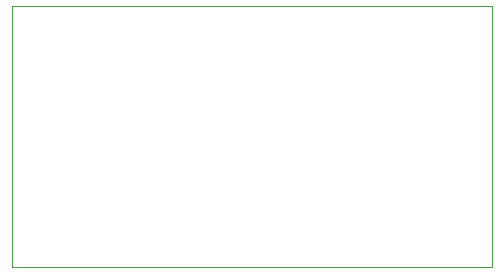
<source format=gbr>
%TF.GenerationSoftware,KiCad,Pcbnew,9.0.6*%
%TF.CreationDate,2025-12-21T15:01:31-05:00*%
%TF.ProjectId,olyntia,6f6c796e-7469-4612-9e6b-696361645f70,rev?*%
%TF.SameCoordinates,Original*%
%TF.FileFunction,Profile,NP*%
%FSLAX46Y46*%
G04 Gerber Fmt 4.6, Leading zero omitted, Abs format (unit mm)*
G04 Created by KiCad (PCBNEW 9.0.6) date 2025-12-21 15:01:31*
%MOMM*%
%LPD*%
G01*
G04 APERTURE LIST*
%TA.AperFunction,Profile*%
%ADD10C,0.050000*%
%TD*%
G04 APERTURE END LIST*
D10*
X64770000Y-94488000D02*
X105410000Y-94488000D01*
X105410000Y-116586000D01*
X64770000Y-116586000D01*
X64770000Y-94488000D01*
M02*

</source>
